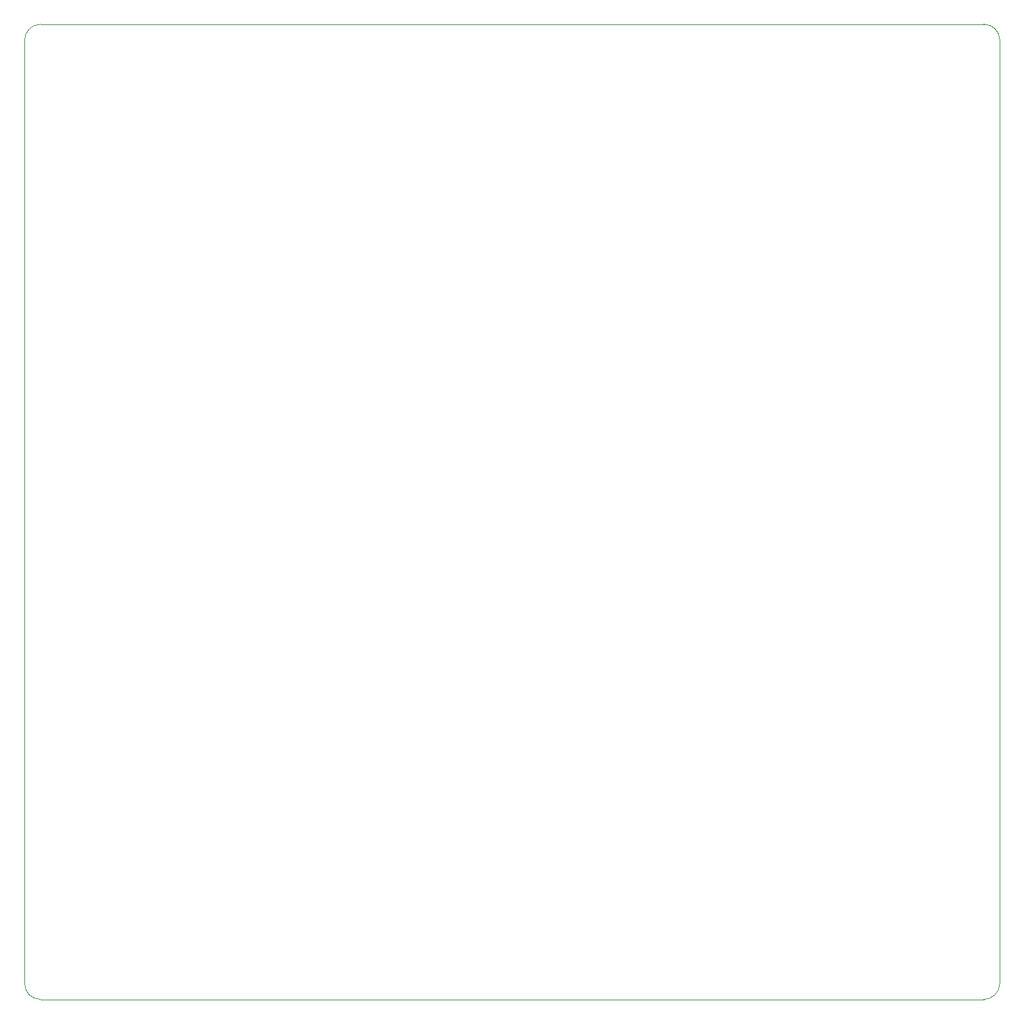
<source format=gm1>
%TF.GenerationSoftware,KiCad,Pcbnew,8.0.7*%
%TF.CreationDate,2025-01-21T13:47:34+01:00*%
%TF.ProjectId,motordriver,6d6f746f-7264-4726-9976-65722e6b6963,rev?*%
%TF.SameCoordinates,Original*%
%TF.FileFunction,Profile,NP*%
%FSLAX46Y46*%
G04 Gerber Fmt 4.6, Leading zero omitted, Abs format (unit mm)*
G04 Created by KiCad (PCBNEW 8.0.7) date 2025-01-21 13:47:34*
%MOMM*%
%LPD*%
G01*
G04 APERTURE LIST*
%TA.AperFunction,Profile*%
%ADD10C,0.050000*%
%TD*%
G04 APERTURE END LIST*
D10*
X215027501Y-31000000D02*
X215027501Y-149000000D01*
X95027501Y-29000000D02*
X213027501Y-29000000D01*
X213027501Y-29000000D02*
G75*
G02*
X215027500Y-31000000I-1J-2000000D01*
G01*
X93027501Y-31000000D02*
G75*
G02*
X95027501Y-29000001I1999999J0D01*
G01*
X95027501Y-151000000D02*
G75*
G02*
X93027500Y-149000000I-1J2000000D01*
G01*
X93027501Y-149000000D02*
X93027501Y-31000000D01*
X213027501Y-151000000D02*
X95027501Y-151000000D01*
X215027501Y-149000000D02*
G75*
G02*
X213027501Y-151000001I-2000001J0D01*
G01*
M02*

</source>
